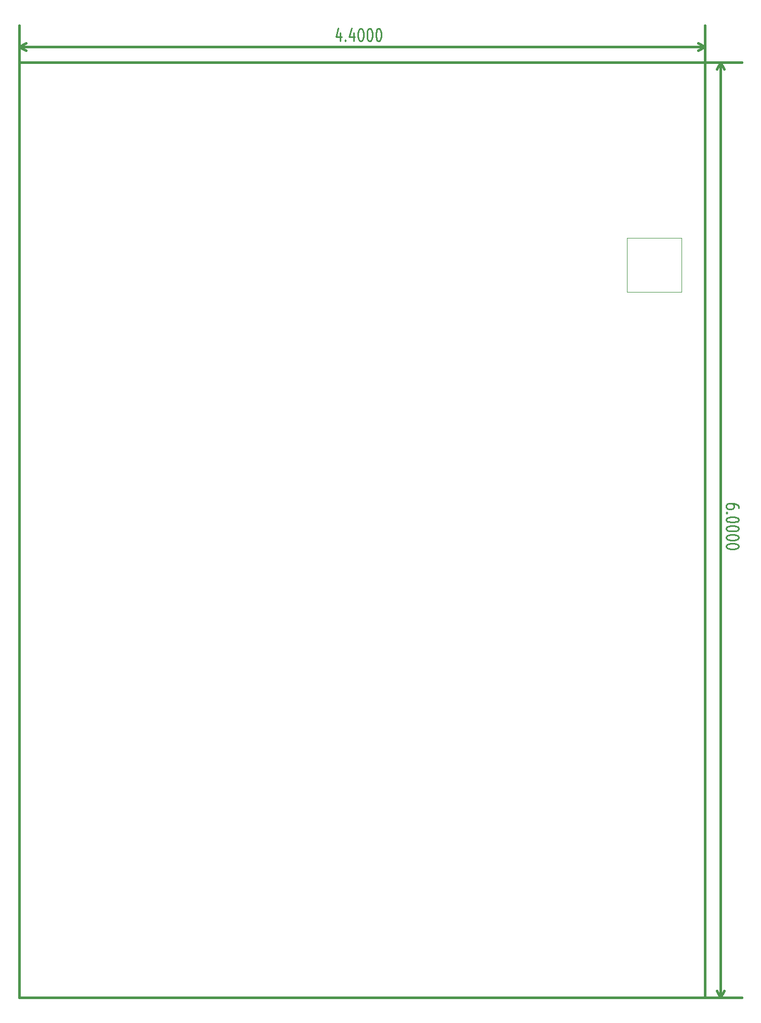
<source format=gbo>
G04 (created by PCBNEW-RS274X (2010-03-13)-final) date Wednesday 20 March 2013 09:27:51 AM IST*
G01*
G70*
G90*
%MOIN*%
G04 Gerber Fmt 3.4, Leading zero omitted, Abs format*
%FSLAX34Y34*%
G04 APERTURE LIST*
%ADD10C,0.001000*%
%ADD11C,0.010000*%
%ADD12C,0.015000*%
G04 APERTURE END LIST*
G54D10*
G54D11*
X61160Y-39601D02*
X61160Y-39487D01*
X61122Y-39430D01*
X61084Y-39401D01*
X60970Y-39344D01*
X60817Y-39315D01*
X60513Y-39315D01*
X60436Y-39344D01*
X60398Y-39372D01*
X60360Y-39430D01*
X60360Y-39544D01*
X60398Y-39601D01*
X60436Y-39630D01*
X60513Y-39658D01*
X60703Y-39658D01*
X60779Y-39630D01*
X60817Y-39601D01*
X60855Y-39544D01*
X60855Y-39430D01*
X60817Y-39372D01*
X60779Y-39344D01*
X60703Y-39315D01*
X60436Y-39915D02*
X60398Y-39943D01*
X60360Y-39915D01*
X60398Y-39886D01*
X60436Y-39915D01*
X60360Y-39915D01*
X61160Y-40315D02*
X61160Y-40372D01*
X61122Y-40429D01*
X61084Y-40458D01*
X61008Y-40487D01*
X60855Y-40515D01*
X60665Y-40515D01*
X60513Y-40487D01*
X60436Y-40458D01*
X60398Y-40429D01*
X60360Y-40372D01*
X60360Y-40315D01*
X60398Y-40258D01*
X60436Y-40229D01*
X60513Y-40201D01*
X60665Y-40172D01*
X60855Y-40172D01*
X61008Y-40201D01*
X61084Y-40229D01*
X61122Y-40258D01*
X61160Y-40315D01*
X61160Y-40886D02*
X61160Y-40943D01*
X61122Y-41000D01*
X61084Y-41029D01*
X61008Y-41058D01*
X60855Y-41086D01*
X60665Y-41086D01*
X60513Y-41058D01*
X60436Y-41029D01*
X60398Y-41000D01*
X60360Y-40943D01*
X60360Y-40886D01*
X60398Y-40829D01*
X60436Y-40800D01*
X60513Y-40772D01*
X60665Y-40743D01*
X60855Y-40743D01*
X61008Y-40772D01*
X61084Y-40800D01*
X61122Y-40829D01*
X61160Y-40886D01*
X61160Y-41457D02*
X61160Y-41514D01*
X61122Y-41571D01*
X61084Y-41600D01*
X61008Y-41629D01*
X60855Y-41657D01*
X60665Y-41657D01*
X60513Y-41629D01*
X60436Y-41600D01*
X60398Y-41571D01*
X60360Y-41514D01*
X60360Y-41457D01*
X60398Y-41400D01*
X60436Y-41371D01*
X60513Y-41343D01*
X60665Y-41314D01*
X60855Y-41314D01*
X61008Y-41343D01*
X61084Y-41371D01*
X61122Y-41400D01*
X61160Y-41457D01*
X61160Y-42028D02*
X61160Y-42085D01*
X61122Y-42142D01*
X61084Y-42171D01*
X61008Y-42200D01*
X60855Y-42228D01*
X60665Y-42228D01*
X60513Y-42200D01*
X60436Y-42171D01*
X60398Y-42142D01*
X60360Y-42085D01*
X60360Y-42028D01*
X60398Y-41971D01*
X60436Y-41942D01*
X60513Y-41914D01*
X60665Y-41885D01*
X60855Y-41885D01*
X61008Y-41914D01*
X61084Y-41942D01*
X61122Y-41971D01*
X61160Y-42028D01*
G54D12*
X59999Y-11000D02*
X59999Y-71000D01*
X59000Y-11000D02*
X61369Y-11000D01*
X59000Y-71000D02*
X61369Y-71000D01*
X59999Y-71000D02*
X59769Y-70557D01*
X59999Y-71000D02*
X60229Y-70557D01*
X59999Y-11000D02*
X59769Y-11443D01*
X59999Y-11000D02*
X60229Y-11443D01*
G54D11*
X35601Y-09106D02*
X35601Y-09640D01*
X35458Y-08802D02*
X35315Y-09373D01*
X35687Y-09373D01*
X35915Y-09564D02*
X35943Y-09602D01*
X35915Y-09640D01*
X35886Y-09602D01*
X35915Y-09564D01*
X35915Y-09640D01*
X36458Y-09106D02*
X36458Y-09640D01*
X36315Y-08802D02*
X36172Y-09373D01*
X36544Y-09373D01*
X36886Y-08840D02*
X36943Y-08840D01*
X37000Y-08878D01*
X37029Y-08916D01*
X37058Y-08992D01*
X37086Y-09145D01*
X37086Y-09335D01*
X37058Y-09487D01*
X37029Y-09564D01*
X37000Y-09602D01*
X36943Y-09640D01*
X36886Y-09640D01*
X36829Y-09602D01*
X36800Y-09564D01*
X36772Y-09487D01*
X36743Y-09335D01*
X36743Y-09145D01*
X36772Y-08992D01*
X36800Y-08916D01*
X36829Y-08878D01*
X36886Y-08840D01*
X37457Y-08840D02*
X37514Y-08840D01*
X37571Y-08878D01*
X37600Y-08916D01*
X37629Y-08992D01*
X37657Y-09145D01*
X37657Y-09335D01*
X37629Y-09487D01*
X37600Y-09564D01*
X37571Y-09602D01*
X37514Y-09640D01*
X37457Y-09640D01*
X37400Y-09602D01*
X37371Y-09564D01*
X37343Y-09487D01*
X37314Y-09335D01*
X37314Y-09145D01*
X37343Y-08992D01*
X37371Y-08916D01*
X37400Y-08878D01*
X37457Y-08840D01*
X38028Y-08840D02*
X38085Y-08840D01*
X38142Y-08878D01*
X38171Y-08916D01*
X38200Y-08992D01*
X38228Y-09145D01*
X38228Y-09335D01*
X38200Y-09487D01*
X38171Y-09564D01*
X38142Y-09602D01*
X38085Y-09640D01*
X38028Y-09640D01*
X37971Y-09602D01*
X37942Y-09564D01*
X37914Y-09487D01*
X37885Y-09335D01*
X37885Y-09145D01*
X37914Y-08992D01*
X37942Y-08916D01*
X37971Y-08878D01*
X38028Y-08840D01*
G54D12*
X15000Y-10001D02*
X59000Y-10001D01*
X15000Y-11000D02*
X15000Y-08631D01*
X59000Y-11000D02*
X59000Y-08631D01*
X59000Y-10001D02*
X58557Y-10231D01*
X59000Y-10001D02*
X58557Y-09771D01*
X15000Y-10001D02*
X15443Y-10231D01*
X15000Y-10001D02*
X15443Y-09771D01*
X15000Y-71000D02*
X15000Y-11000D01*
X59000Y-71000D02*
X15000Y-71000D01*
X59000Y-11000D02*
X59000Y-71000D01*
X15000Y-11000D02*
X59000Y-11000D01*
G54D10*
X54005Y-22255D02*
X54005Y-25745D01*
X57495Y-25745D01*
X57495Y-22255D01*
X54005Y-22255D01*
M02*

</source>
